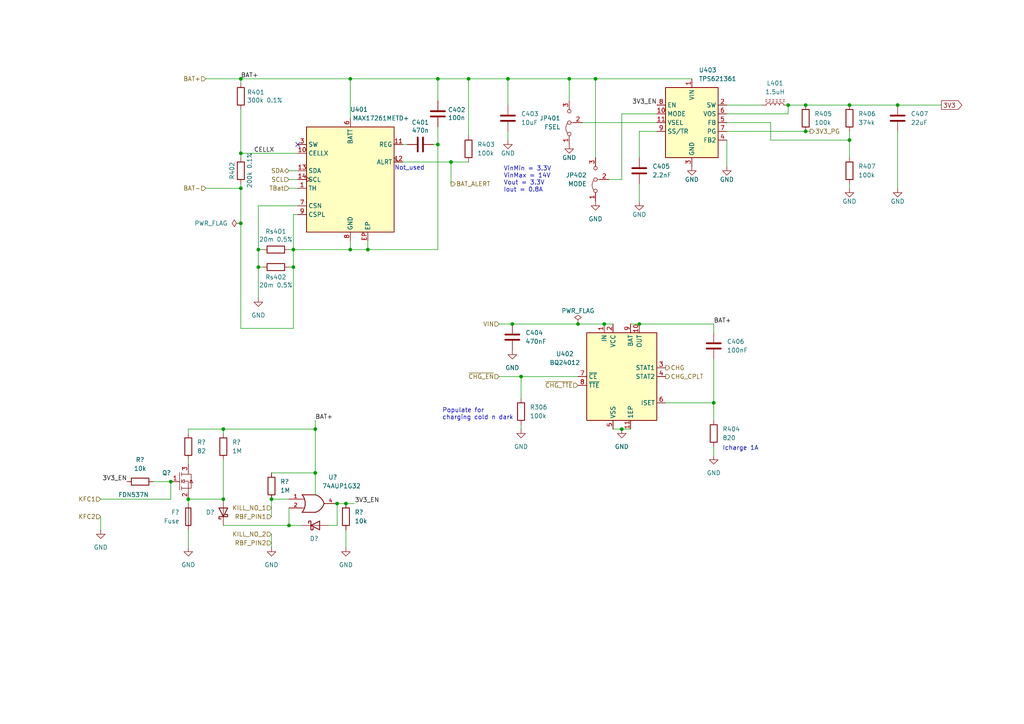
<source format=kicad_sch>
(kicad_sch (version 20211123) (generator eeschema)
  (paper "A4")
  (lib_symbols
    (symbol "74xGxx:74AUP1G32" (pin_names (offset 1.016))
      (property "Reference" "U" (at -2.54 3.81 0))
      (property "Value" "74AUP1G32" (at 0 -3.81 0))
      (symbol "74AUP1G32_0_1"
        (arc (start -3.81 -2.54) (mid -2.919 0) (end -3.81 2.54) (stroke (width 0.254)))
        (arc (start 0 -2.54) (mid 1.5993 -1.6027) (end 2.54 0) (stroke (width 0.254)))
        (polyline (pts (xy -3.81 -1.27) (xy -3.175 -1.27)))
        (polyline (pts (xy -3.81 1.27) (xy -3.175 1.27)))
        (polyline (pts (xy 0 -2.54) (xy -3.81 -2.54)) (stroke (width 0.254)) (fill (type background)))
        (polyline (pts (xy 0 2.54) (xy -3.81 2.54)) (stroke (width 0.254)) (fill (type background)))
        (arc (start 2.54 0) (mid 1.6119 1.6152) (end 0 2.54) (stroke (width 0.254)))
      )
      (symbol "74AUP1G32_1_1"
        (pin input line (at -7.62 1.27 0) (length 3.81) (name "~") (number "1"))
        (pin input line (at -7.62 -1.27 0) (length 3.81) (name "~") (number "2"))
        (pin power_in line (at 0 -2.54 270) (length 0) hide (name "GND") (number "3"))
        (pin output line (at 6.35 0 180) (length 3.81) (name "~") (number "4"))
        (pin power_in line (at 0 2.54 90) (length 0) hide (name "VCC") (number "5"))
      )
    )
    (symbol "Device:C" (pin_numbers hide) (pin_names (offset 0.254))
      (property "Reference" "C" (at 0.635 2.54 0))
      (property "Value" "C" (at 0.635 -2.54 0))
      (symbol "C_0_1"
        (polyline (pts (xy -2.032 -0.762) (xy 2.032 -0.762)) (stroke (width 0.508)))
        (polyline (pts (xy -2.032 0.762) (xy 2.032 0.762)) (stroke (width 0.508)))
      )
      (symbol "C_1_1"
        (pin passive line (at 0 3.81 270) (length 2.794) (name "~") (number "1"))
        (pin passive line (at 0 -3.81 90) (length 2.794) (name "~") (number "2"))
      )
    )
    (symbol "Device:Fuse" (pin_numbers hide) (pin_names (offset 0))
      (property "Reference" "F" (at 2.032 0 90))
      (property "Value" "Fuse" (at -1.905 0 90))
      (symbol "Fuse_0_1"
        (rectangle (start -0.762 -2.54) (end 0.762 2.54) (stroke (width 0.254)))
        (polyline (pts (xy 0 2.54) (xy 0 -2.54)))
      )
      (symbol "Fuse_1_1"
        (pin passive line (at 0 3.81 270) (length 1.27) (name "~") (number "1"))
        (pin passive line (at 0 -3.81 90) (length 1.27) (name "~") (number "2"))
      )
    )
    (symbol "Device:L_Ferrite" (pin_numbers hide) (pin_names (offset 1.016) hide)
      (property "Reference" "L" (at -1.27 0 90))
      (property "Value" "L_Ferrite" (at 2.794 0 90))
      (symbol "L_Ferrite_0_1"
        (arc (start 0 -2.54) (mid 0.635 -1.905) (end 0 -1.27))
        (arc (start 0 -1.27) (mid 0.635 -0.635) (end 0 0))
        (polyline (pts (xy 1.016 -2.794) (xy 1.016 -2.286)))
        (polyline (pts (xy 1.016 -1.778) (xy 1.016 -1.27)))
        (polyline (pts (xy 1.016 -0.762) (xy 1.016 -0.254)))
        (polyline (pts (xy 1.016 0.254) (xy 1.016 0.762)))
        (polyline (pts (xy 1.016 1.27) (xy 1.016 1.778)))
        (polyline (pts (xy 1.016 2.286) (xy 1.016 2.794)))
        (polyline (pts (xy 1.524 -2.286) (xy 1.524 -2.794)))
        (polyline (pts (xy 1.524 -1.27) (xy 1.524 -1.778)))
        (polyline (pts (xy 1.524 -0.254) (xy 1.524 -0.762)))
        (polyline (pts (xy 1.524 0.762) (xy 1.524 0.254)))
        (polyline (pts (xy 1.524 1.778) (xy 1.524 1.27)))
        (polyline (pts (xy 1.524 2.794) (xy 1.524 2.286)))
        (arc (start 0 0) (mid 0.635 0.635) (end 0 1.27))
        (arc (start 0 1.27) (mid 0.635 1.905) (end 0 2.54))
      )
      (symbol "L_Ferrite_1_1"
        (pin passive line (at 0 3.81 270) (length 1.27) (name "1") (number "1"))
        (pin passive line (at 0 -3.81 90) (length 1.27) (name "2") (number "2"))
      )
    )
    (symbol "Device:R" (pin_numbers hide) (pin_names (offset 0))
      (property "Reference" "R" (at 2.032 0 90))
      (property "Value" "R" (at 0 0 90))
      (symbol "R_0_1"
        (rectangle (start -1.016 -2.54) (end 1.016 2.54) (stroke (width 0.254)))
      )
      (symbol "R_1_1"
        (pin passive line (at 0 3.81 270) (length 1.27) (name "~") (number "1"))
        (pin passive line (at 0 -3.81 90) (length 1.27) (name "~") (number "2"))
      )
    )
    (symbol "Jumper:Jumper_3_Bridged12" (pin_names (offset 0) hide)
      (property "Reference" "JP" (at -2.54 -2.54 0))
      (property "Value" "Jumper_3_Bridged12" (at 0 2.794 0))
      (symbol "Jumper_3_Bridged12_0_0"
        (circle (center -3.302 0) (radius 0.508))
        (circle (center 0 0) (radius 0.508))
        (circle (center 3.302 0) (radius 0.508))
      )
      (symbol "Jumper_3_Bridged12_0_1"
        (arc (start -0.254 0.508) (mid -1.651 0.9912) (end -3.048 0.508))
        (polyline (pts (xy 0 -1.27) (xy 0 -0.508)))
      )
      (symbol "Jumper_3_Bridged12_1_1"
        (pin passive line (at -6.35 0 0) (length 2.54) (name "A") (number "1"))
        (pin passive line (at 0 -3.81 90) (length 2.54) (name "C") (number "2"))
        (pin passive line (at 6.35 0 180) (length 2.54) (name "B") (number "3"))
      )
    )
    (symbol "lsf-kicad:BQ24013"
      (property "Reference" "U401" (at -16.51 4.3307 0))
      (property "Value" "BQ24013" (at -16.51 1.7907 0))
      (symbol "BQ24013_0_1"
        (rectangle (start -10.16 12.7) (end 10.16 -12.7) (stroke (width 0.254)) (fill (type background)))
      )
      (symbol "BQ24013_1_1"
        (pin power_in line (at -5.08 15.24 270) (length 2.54) (name "IN") (number "1"))
        (pin power_out line (at 5.08 15.24 270) (length 2.54) (name "OUT") (number "10"))
        (pin passive line (at 2.54 -15.24 90) (length 2.54) (name "1EP") (number "11"))
        (pin power_in line (at -2.54 15.24 270) (length 2.54) (name "VCC") (number "2"))
        (pin open_collector line (at 12.7 2.54 180) (length 2.54) (name "STAT1") (number "3"))
        (pin open_collector line (at 12.7 0 180) (length 2.54) (name "STAT2") (number "4"))
        (pin power_in line (at -2.54 -15.24 90) (length 2.54) (name "VSS") (number "5"))
        (pin output line (at 12.7 -7.62 180) (length 2.54) (name "ISET") (number "6"))
        (pin input line (at -12.7 0 0) (length 2.54) (name "~{CE}") (number "7"))
        (pin input line (at -12.7 -2.54 0) (length 2.54) (name "~{TTE}") (number "8"))
        (pin input line (at 2.54 15.24 270) (length 2.54) (name "BAT") (number "9"))
      )
    )
    (symbol "lsf-kicad:CDBU40-HF" (pin_numbers hide) (pin_names hide)
      (property "Reference" "D" (at 0.3175 6.35 0))
      (property "Value" "CDBU40-HF" (at 0.3175 3.81 0))
      (symbol "CDBU40-HF_0_1"
        (polyline (pts (xy 1.27 0) (xy -1.27 0)))
        (polyline (pts (xy 1.27 1.27) (xy 1.27 -1.27) (xy -1.27 0) (xy 1.27 1.27)) (stroke (width 0.254)))
        (polyline (pts (xy -1.905 0.635) (xy -1.905 1.27) (xy -1.27 1.27) (xy -1.27 -1.27) (xy -0.635 -1.27) (xy -0.635 -0.635)) (stroke (width 0.254)))
      )
      (symbol "CDBU40-HF_1_1"
        (pin passive line (at -3.81 0 0) (length 2.54) (name "K") (number "1"))
        (pin passive line (at 3.81 0 180) (length 2.54) (name "A") (number "2"))
      )
    )
    (symbol "lsf-kicad:FDN537N"
      (property "Reference" "Q" (at 3.81 3.81 0))
      (property "Value" "FDN537N" (at 5.08 1.27 0))
      (symbol "FDN537N_0_0"
        (polyline (pts (xy 0.0078 2.6609) (xy 0.0078 -2.4191)))
        (polyline (pts (xy 0.592 -1.4031) (xy 0.592 -2.4191)))
        (polyline (pts (xy 0.592 0.6289) (xy 0.592 -0.3871)))
        (polyline (pts (xy 0.592 2.6609) (xy 0.592 1.6449)))
        (polyline (pts (xy 3.64 0.3749) (xy 3.132 0.3749)))
        (polyline (pts (xy 0.592 -1.9111) (xy 3.386 -1.9111) (xy 3.386 2.1529) (xy 0.592 2.1529)))
        (polyline (pts (xy 0.592 0.1209) (xy 1.3794 -0.3871) (xy 1.3794 0.6289) (xy 0.592 0.1209)) (stroke (width 0.1524)))
        (polyline (pts (xy 3.386 0.4511) (xy 2.878 -0.3363) (xy 3.894 -0.3363) (xy 3.386 0.4511)) (stroke (width 0.1524)))
      )
      (symbol "FDN537N_0_1"
        (polyline (pts (xy 2.54 2.54) (xy 2.54 2.1844)))
        (polyline (pts (xy 2.54 -2.54) (xy 2.54 0.1524) (xy 1.4224 0.1524)))
      )
      (symbol "FDN537N_1_1"
        (pin input line (at -2.54 0 0) (length 2.54) (name "") (number "1"))
        (pin passive line (at 2.54 -5.08 90) (length 2.54) (name "") (number "2"))
        (pin passive line (at 2.54 5.08 270) (length 2.54) (name "") (number "3"))
      )
    )
    (symbol "lsf-kicad:MAX17261METD+"
      (property "Reference" "U" (at 0 5.08 0))
      (property "Value" "MAX17261METD+" (at 0 1.27 0))
      (symbol "MAX17261METD+_0_1"
        (rectangle (start -12.7 15.24) (end 12.7 -15.24) (stroke (width 0.254)) (fill (type background)))
      )
      (symbol "MAX17261METD+_1_1"
        (pin input line (at -15.24 -2.54 0) (length 2.54) (name "TH") (number "1"))
        (pin passive line (at -15.24 7.62 0) (length 2.54) (name "CELLX") (number "10"))
        (pin power_out line (at 15.24 10.16 180) (length 2.54) (name "REG") (number "11"))
        (pin open_collector output_low (at 15.24 5.08 180) (length 2.54) (name "ALRT") (number "12"))
        (pin bidirectional line (at -15.24 2.54 0) (length 2.54) (name "SDA") (number "13"))
        (pin input clock (at -15.24 0 0) (length 2.54) (name "SCL") (number "14"))
        (pin no_connect line (at -10.16 -17.78 90) (length 2.54) hide (name "NC") (number "2"))
        (pin output line (at -15.24 10.16 0) (length 2.54) (name "SW") (number "3"))
        (pin no_connect line (at -7.62 -17.78 90) (length 2.54) hide (name "NC") (number "4"))
        (pin no_connect line (at -5.08 -17.78 90) (length 2.54) hide (name "NC") (number "5"))
        (pin power_in line (at 0 17.78 270) (length 2.54) (name "BATT") (number "6"))
        (pin passive line (at -15.24 -7.62 0) (length 2.54) (name "CSN") (number "7"))
        (pin power_in line (at 0 -17.78 90) (length 2.54) (name "GND") (number "8"))
        (pin passive line (at -15.24 -10.16 0) (length 2.54) (name "CSPL") (number "9"))
        (pin power_in line (at 5.08 -17.78 90) (length 2.54) (name "EP") (number "EP"))
      )
    )
    (symbol "lsf-kicad:TPS62136x"
      (property "Reference" "U403" (at 2.0194 15.24 0))
      (property "Value" "TPS62136x" (at 2.0194 12.7 0))
      (symbol "TPS62136x_0_1"
        (rectangle (start -7.62 10.16) (end 7.62 -10.16) (stroke (width 0.254)) (fill (type background)))
      )
      (symbol "TPS62136x_1_1"
        (pin power_in line (at 0 12.7 270) (length 2.54) (name "VIN") (number "1"))
        (pin input line (at -10.16 2.54 0) (length 2.54) (name "MODE") (number "10"))
        (pin input line (at -10.16 0 0) (length 2.54) (name "VSEL") (number "11"))
        (pin passive line (at 10.16 5.08 180) (length 2.54) (name "SW") (number "2"))
        (pin power_in line (at 0 -12.7 90) (length 2.54) (name "GND") (number "3"))
        (pin power_in line (at 10.16 -5.08 180) (length 2.54) (name "FB2") (number "4"))
        (pin input line (at 10.16 0 180) (length 2.54) (name "FB") (number "5"))
        (pin input line (at 10.16 2.54 180) (length 2.54) (name "VOS") (number "6"))
        (pin open_collector line (at 10.16 -2.54 180) (length 2.54) (name "PG") (number "7"))
        (pin input line (at -10.16 5.08 0) (length 2.54) (name "EN") (number "8"))
        (pin input line (at -10.16 -2.54 0) (length 2.54) (name "SS/TR") (number "9"))
      )
    )
    (symbol "power:GND" (power) (pin_names (offset 0))
      (property "Value" "GND" (at 0 -3.81 0))
      (symbol "GND_0_1"
        (polyline (pts (xy 0 0) (xy 0 -1.27) (xy 1.27 -1.27) (xy 0 -2.54) (xy -1.27 -1.27) (xy 0 -1.27)))
      )
      (symbol "GND_1_1"
        (pin power_in line (at 0 0 270) (length 0) hide (name "GND") (number "1"))
      )
    )
    (symbol "power:PWR_FLAG" (power) (pin_numbers hide) (pin_names (offset 0) hide)
      (property "Value" "PWR_FLAG" (at 0 3.81 0))
      (symbol "PWR_FLAG_0_0"
        (pin power_out line (at 0 0 90) (length 0) (name "pwr") (number "1"))
      )
      (symbol "PWR_FLAG_0_1"
        (polyline (pts (xy 0 0) (xy 0 1.27) (xy -1.016 1.905) (xy 0 2.54) (xy 1.016 1.905) (xy 0 1.27)))
      )
    )
  )
  (junction (at 64.77 144.78))
  (junction (at 100.33 146.05))
  (junction (at 101.6 22.86))
  (junction (at 78.74 144.78))
  (junction (at 74.93 72.39))
  (junction (at 64.77 124.46))
  (junction (at 135.89 22.86))
  (junction (at 91.44 137.16))
  (junction (at 69.85 22.86))
  (junction (at 233.68 38.1))
  (junction (at 83.82 152.4))
  (junction (at 97.79 146.05))
  (junction (at 165.1 22.86))
  (junction (at 246.38 30.48))
  (junction (at 167.64 93.98))
  (junction (at 85.09 77.47))
  (junction (at 207.01 116.84))
  (junction (at 151.13 109.22))
  (junction (at 260.35 30.48))
  (junction (at 233.68 30.48))
  (junction (at 69.85 44.45))
  (junction (at 147.32 22.86))
  (junction (at 175.26 93.98))
  (junction (at 246.38 40.64))
  (junction (at 148.59 93.98))
  (junction (at 69.85 54.61))
  (junction (at 85.09 72.39))
  (junction (at 49.53 139.7))
  (junction (at 130.81 46.99))
  (junction (at 74.93 77.47))
  (junction (at 127 22.86))
  (junction (at 91.44 124.46))
  (junction (at 101.6 72.39))
  (junction (at 54.61 144.78))
  (junction (at 185.42 93.98))
  (junction (at 106.68 72.39))
  (junction (at 172.72 22.86))
  (junction (at 228.6 30.48))
  (junction (at 69.85 64.77))
  (junction (at 127 41.91))
  (junction (at 180.34 124.46))
  (no_connect (at 86.36 41.91))
  (wire (pts (xy 78.74 144.78) (xy 83.82 144.78)))
  (wire (pts (xy 223.52 40.64) (xy 246.38 40.64)))
  (wire (pts (xy 207.01 104.14) (xy 207.01 116.84)))
  (wire (pts (xy 144.78 109.22) (xy 151.13 109.22)))
  (wire (pts (xy 97.79 146.05) (xy 100.33 146.05)))
  (wire (pts (xy 78.74 154.94) (xy 78.74 158.75)))
  (wire (pts (xy 101.6 34.29) (xy 101.6 22.86)))
  (wire (pts (xy 64.77 124.46) (xy 64.77 125.73)))
  (wire (pts (xy 167.64 93.98) (xy 175.26 93.98)))
  (wire (pts (xy 101.6 69.85) (xy 101.6 72.39)))
  (wire (pts (xy 207.01 121.92) (xy 207.01 116.84)))
  (wire (pts (xy 127 41.91) (xy 127 72.39)))
  (wire (pts (xy 246.38 30.48) (xy 233.68 30.48)))
  (wire (pts (xy 69.85 44.45) (xy 69.85 45.72)))
  (wire (pts (xy 207.01 93.98) (xy 207.01 96.52)))
  (wire (pts (xy 233.68 38.1) (xy 210.82 38.1)))
  (wire (pts (xy 54.61 144.78) (xy 54.61 146.05)))
  (wire (pts (xy 69.85 64.77) (xy 69.85 95.25)))
  (wire (pts (xy 228.6 33.02) (xy 228.6 30.48)))
  (wire (pts (xy 86.36 59.69) (xy 74.93 59.69)))
  (wire (pts (xy 69.85 54.61) (xy 69.85 53.34)))
  (wire (pts (xy 165.1 22.86) (xy 165.1 29.21)))
  (wire (pts (xy 91.44 121.92) (xy 91.44 124.46)))
  (wire (pts (xy 127 41.91) (xy 125.73 41.91)))
  (wire (pts (xy 106.68 72.39) (xy 127 72.39)))
  (wire (pts (xy 91.44 124.46) (xy 64.77 124.46)))
  (wire (pts (xy 44.45 139.7) (xy 49.53 139.7)))
  (wire (pts (xy 64.77 133.35) (xy 64.77 144.78)))
  (wire (pts (xy 49.53 144.78) (xy 49.53 139.7)))
  (wire (pts (xy 185.42 93.98) (xy 207.01 93.98)))
  (wire (pts (xy 234.95 38.1) (xy 233.68 38.1)))
  (wire (pts (xy 207.01 116.84) (xy 193.04 116.84)))
  (wire (pts (xy 59.69 22.86) (xy 69.85 22.86)))
  (wire (pts (xy 54.61 144.78) (xy 64.77 144.78)))
  (wire (pts (xy 210.82 30.48) (xy 220.98 30.48)))
  (wire (pts (xy 246.38 54.61) (xy 246.38 53.34)))
  (wire (pts (xy 180.34 52.07) (xy 176.53 52.07)))
  (wire (pts (xy 175.26 93.98) (xy 177.8 93.98)))
  (wire (pts (xy 83.82 52.07) (xy 86.36 52.07)))
  (wire (pts (xy 151.13 109.22) (xy 151.13 115.57)))
  (wire (pts (xy 91.44 124.46) (xy 91.44 137.16)))
  (wire (pts (xy 86.36 62.23) (xy 85.09 62.23)))
  (wire (pts (xy 101.6 22.86) (xy 127 22.86)))
  (wire (pts (xy 116.84 41.91) (xy 118.11 41.91)))
  (wire (pts (xy 74.93 77.47) (xy 74.93 86.36)))
  (wire (pts (xy 246.38 40.64) (xy 246.38 38.1)))
  (wire (pts (xy 83.82 152.4) (xy 64.77 152.4)))
  (wire (pts (xy 135.89 22.86) (xy 135.89 39.37)))
  (wire (pts (xy 69.85 54.61) (xy 69.85 64.77)))
  (wire (pts (xy 76.2 77.47) (xy 74.93 77.47)))
  (wire (pts (xy 97.79 152.4) (xy 97.79 146.05)))
  (wire (pts (xy 83.82 152.4) (xy 87.63 152.4)))
  (wire (pts (xy 69.85 22.86) (xy 69.85 24.13)))
  (wire (pts (xy 127 22.86) (xy 135.89 22.86)))
  (wire (pts (xy 86.36 54.61) (xy 83.82 54.61)))
  (wire (pts (xy 130.81 46.99) (xy 130.81 53.34)))
  (wire (pts (xy 69.85 95.25) (xy 85.09 95.25)))
  (wire (pts (xy 106.68 72.39) (xy 101.6 72.39)))
  (wire (pts (xy 147.32 30.48) (xy 147.32 22.86)))
  (wire (pts (xy 69.85 31.75) (xy 69.85 44.45)))
  (wire (pts (xy 180.34 33.02) (xy 180.34 52.07)))
  (wire (pts (xy 151.13 123.19) (xy 151.13 124.46)))
  (wire (pts (xy 116.84 46.99) (xy 130.81 46.99)))
  (wire (pts (xy 78.74 137.16) (xy 91.44 137.16)))
  (wire (pts (xy 29.21 144.78) (xy 49.53 144.78)))
  (wire (pts (xy 185.42 53.34) (xy 185.42 58.42)))
  (wire (pts (xy 210.82 40.64) (xy 210.82 48.26)))
  (wire (pts (xy 130.81 46.99) (xy 135.89 46.99)))
  (wire (pts (xy 147.32 22.86) (xy 165.1 22.86)))
  (wire (pts (xy 83.82 147.32) (xy 83.82 152.4)))
  (wire (pts (xy 210.82 33.02) (xy 228.6 33.02)))
  (wire (pts (xy 223.52 35.56) (xy 223.52 40.64)))
  (wire (pts (xy 151.13 109.22) (xy 167.64 109.22)))
  (wire (pts (xy 54.61 153.67) (xy 54.61 158.75)))
  (wire (pts (xy 172.72 22.86) (xy 200.66 22.86)))
  (wire (pts (xy 83.82 49.53) (xy 86.36 49.53)))
  (wire (pts (xy 148.59 93.98) (xy 167.64 93.98)))
  (wire (pts (xy 106.68 69.85) (xy 106.68 72.39)))
  (wire (pts (xy 54.61 133.35) (xy 54.61 134.62)))
  (wire (pts (xy 74.93 77.47) (xy 74.93 72.39)))
  (wire (pts (xy 59.69 54.61) (xy 69.85 54.61)))
  (wire (pts (xy 144.78 93.98) (xy 148.59 93.98)))
  (wire (pts (xy 210.82 35.56) (xy 223.52 35.56)))
  (wire (pts (xy 260.35 30.48) (xy 273.05 30.48)))
  (wire (pts (xy 168.91 35.56) (xy 190.5 35.56)))
  (wire (pts (xy 127 41.91) (xy 127 36.83)))
  (wire (pts (xy 135.89 22.86) (xy 147.32 22.86)))
  (wire (pts (xy 190.5 38.1) (xy 185.42 38.1)))
  (wire (pts (xy 74.93 72.39) (xy 76.2 72.39)))
  (wire (pts (xy 180.34 124.46) (xy 182.88 124.46)))
  (wire (pts (xy 54.61 124.46) (xy 64.77 124.46)))
  (wire (pts (xy 182.88 93.98) (xy 185.42 93.98)))
  (wire (pts (xy 233.68 30.48) (xy 228.6 30.48)))
  (wire (pts (xy 85.09 72.39) (xy 101.6 72.39)))
  (wire (pts (xy 85.09 62.23) (xy 85.09 72.39)))
  (wire (pts (xy 100.33 153.67) (xy 100.33 158.75)))
  (wire (pts (xy 29.21 149.86) (xy 29.21 153.67)))
  (wire (pts (xy 85.09 95.25) (xy 85.09 77.47)))
  (wire (pts (xy 69.85 44.45) (xy 86.36 44.45)))
  (wire (pts (xy 147.32 40.64) (xy 147.32 38.1)))
  (wire (pts (xy 246.38 40.64) (xy 246.38 45.72)))
  (wire (pts (xy 260.35 54.61) (xy 260.35 38.1)))
  (wire (pts (xy 54.61 124.46) (xy 54.61 125.73)))
  (wire (pts (xy 100.33 146.05) (xy 102.87 146.05)))
  (wire (pts (xy 78.74 144.78) (xy 78.74 149.86)))
  (wire (pts (xy 246.38 30.48) (xy 260.35 30.48)))
  (wire (pts (xy 165.1 22.86) (xy 172.72 22.86)))
  (wire (pts (xy 91.44 137.16) (xy 91.44 143.51)))
  (wire (pts (xy 207.01 132.08) (xy 207.01 129.54)))
  (wire (pts (xy 177.8 124.46) (xy 180.34 124.46)))
  (wire (pts (xy 74.93 59.69) (xy 74.93 72.39)))
  (wire (pts (xy 190.5 33.02) (xy 180.34 33.02)))
  (wire (pts (xy 95.25 152.4) (xy 97.79 152.4)))
  (wire (pts (xy 127 29.21) (xy 127 22.86)))
  (wire (pts (xy 101.6 22.86) (xy 69.85 22.86)))
  (wire (pts (xy 85.09 72.39) (xy 85.09 77.47)))
  (wire (pts (xy 85.09 77.47) (xy 83.82 77.47)))
  (wire (pts (xy 185.42 38.1) (xy 185.42 45.72)))
  (wire (pts (xy 172.72 22.86) (xy 172.72 45.72)))
  (wire (pts (xy 83.82 72.39) (xy 85.09 72.39)))
  (text "Populate for\ncharging cold n dark" (at 128.27 121.92 0) (effects (font (size 1.27 1.27)) (justify left bottom)))
  (text "Not_used" (at 123.19 49.53 180) (effects (font (size 1.27 1.27)) (justify right bottom)))
  (text "Icharge 1A" (at 209.55 130.81 0) (effects (font (size 1.27 1.27)) (justify left bottom)))
  (text "VinMin = 3.3V\nVinMax = 14V\nVout = 3.3V\nIout = 0.8A" (at 146.05 55.88 0) (effects (font (size 1.27 1.27)) (justify left bottom)))
  (label "BAT+" (at 91.44 121.92 0))
  (label "3V3_EN" (at 190.5 30.48 180))
  (label "3V3_EN" (at 36.83 139.7 180))
  (label "BAT+" (at 207.01 93.98 0))
  (label "BAT+" (at 69.85 22.86 0))
  (label "3V3_EN" (at 102.87 146.05 0))
  (label "CELLX" (at 73.66 44.45 0))
  (global_label "3V3" (shape output) (at 273.05 30.48 0) (property "Intersheet References" "${INTERSHEET_REFS}" (effects hide)))
  (hierarchical_label "KFC2" (shape input) (at 29.21 149.86 180))
  (hierarchical_label "RBF_PIN2" (shape input) (at 78.74 157.48 180))
  (hierarchical_label "KILL_NO_2" (shape input) (at 78.74 154.94 180))
  (hierarchical_label "~{CHG_EN}" (shape input) (at 144.78 109.22 180))
  (hierarchical_label "BAT+" (shape input) (at 59.69 22.86 180))
  (hierarchical_label "RBF_PIN1" (shape input) (at 78.74 149.86 180))
  (hierarchical_label "~{CHG_TTE}" (shape input) (at 167.64 111.76 180))
  (hierarchical_label "SDA" (shape bidirectional) (at 83.82 49.53 180))
  (hierarchical_label "3V3_PG" (shape output) (at 234.95 38.1 0))
  (hierarchical_label "TBat" (shape input) (at 83.82 54.61 180))
  (hierarchical_label "VIN" (shape input) (at 144.78 93.98 180))
  (hierarchical_label "CHG" (shape output) (at 193.04 106.68 0))
  (hierarchical_label "KFC1" (shape input) (at 29.21 144.78 180))
  (hierarchical_label "CHG_CPLT" (shape output) (at 193.04 109.22 0))
  (hierarchical_label "SCL" (shape input) (at 83.82 52.07 180))
  (hierarchical_label "BAT-" (shape input) (at 59.69 54.61 180))
  (hierarchical_label "BAT_ALERT" (shape output) (at 130.81 53.34 0))
  (hierarchical_label "KILL_NO_1" (shape input) (at 78.74 147.32 180))
  (symbol (lib_id "lsf-kicad:TPS62136x") (at 200.66 35.56 0) (unit 1)
    (property "Reference" "U403" (at 202.6794 20.32 0) (effects (justify left)))
    (property "Value" "TPS621361" (at 202.6794 22.86 0) (effects (justify left)))
    (property "Footprint" "lsf-kicad-lib:Texas_RGX0011A" (effects hide))
    (property "Datasheet" "https://www.ti.com/lit/ds/symlink/tps62136.pdf" (effects hide))
    (property "Part Number" "TPS621361RGXR" (effects hide))
  )
  (symbol (lib_id "power:GND") (at 54.61 158.75 0) (unit 1)
    (property "Reference" "#PWR?" (effects hide))
    (property "Value" "GND" (at 54.61 163.83 0))
  )
  (symbol (lib_id "Device:C") (at 185.42 49.53 0) (unit 1)
    (property "Reference" "C405" (at 189.23 48.2599 0) (effects (justify left)))
    (property "Value" "2.2nF" (at 189.23 50.7999 0) (effects (justify left)))
    (property "Footprint" "Capacitor_SMD:C_0402_1005Metric" (effects hide))
    (property "Part Number" "GRM155R71E222KA01D" (effects hide))
  )
  (symbol (lib_id "Device:R") (at 207.01 125.73 0) (unit 1)
    (property "Reference" "R404" (at 209.55 124.4599 0) (effects (justify left)))
    (property "Value" "820" (at 209.55 126.9999 0) (effects (justify left)))
    (property "Footprint" "Resistor_SMD:R_0402_1005Metric" (effects hide))
    (property "Part Number" "CR0402-JW-821GLF" (effects hide))
  )
  (symbol (lib_id "Device:C") (at 148.59 97.79 0) (unit 1)
    (property "Reference" "C404" (at 152.4 96.5199 0) (effects (justify left)))
    (property "Value" "470nF" (at 152.4 99.0599 0) (effects (justify left)))
    (property "Footprint" "Capacitor_SMD:C_0402_1005Metric" (effects hide))
    (property "Part Number" "C0402C474K8RACTU" (effects hide))
  )
  (symbol (lib_id "Device:R") (at 64.77 129.54 0) (unit 1)
    (property "Reference" "R?" (at 67.31 128.2699 0) (effects (justify left)))
    (property "Value" "1M" (at 67.31 130.8099 0) (effects (justify left)))
    (property "Footprint" "Resistor_SMD:R_0402_1005Metric" (effects hide))
    (property "Part Number" "ASC0402-1M0FT10" (effects hide))
  )
  (symbol (lib_id "power:GND") (at 165.1 41.91 0) (unit 1)
    (property "Reference" "#PWR0404" (effects hide))
    (property "Value" "GND" (at 165.1 45.72 0))
  )
  (symbol (lib_id "Device:R") (at 80.01 72.39 270) (unit 1)
    (property "Reference" "Rs401" (at 80.01 67.1322 90))
    (property "Value" "20m 0.5%" (at 80.01 69.4436 90))
    (property "Footprint" "Resistor_SMD:R_0402_1005Metric" (effects hide))
    (property "Part Number" "PE0402FRF070R02L" (effects hide))
  )
  (symbol (lib_id "Device:C") (at 207.01 100.33 0) (unit 1)
    (property "Reference" "C406" (at 210.82 99.0599 0) (effects (justify left)))
    (property "Value" "100nF" (at 210.82 101.5999 0) (effects (justify left)))
    (property "Footprint" "Capacitor_SMD:C_0402_1005Metric" (effects hide))
    (property "Part Number" "CC0402KRX7R7BB104" (effects hide))
  )
  (symbol (lib_id "power:GND") (at 29.21 153.67 0) (unit 1)
    (property "Reference" "#PWR?" (effects hide))
    (property "Value" "GND" (at 29.21 158.75 0))
  )
  (symbol (lib_id "Jumper:Jumper_3_Bridged12") (at 165.1 35.56 90) (unit 1) (in_bom no)
    (property "Reference" "JP401" (at 162.56 34.2899 90) (effects (justify left)))
    (property "Value" "FSEL" (at 162.56 36.8299 90) (effects (justify left)))
    (property "Footprint" "Jumper:SolderJumper-3_P1.3mm_Bridged2Bar12_Pad1.0x1.5mm_NumberLabels" (effects hide))
  )
  (symbol (lib_id "Device:R") (at 78.74 140.97 0) (unit 1)
    (property "Reference" "R?" (at 81.28 139.6999 0) (effects (justify left)))
    (property "Value" "1M" (at 81.28 142.2399 0) (effects (justify left)))
    (property "Footprint" "Resistor_SMD:R_0402_1005Metric" (effects hide))
    (property "Part Number" "ASC0402-1M0FT10" (effects hide))
  )
  (symbol (lib_id "power:PWR_FLAG") (at 167.64 93.98 0) (unit 1)
    (property "Reference" "#FLG0402" (effects hide))
    (property "Value" "PWR_FLAG" (at 167.64 90.17 0))
  )
  (symbol (lib_id "Device:R") (at 233.68 34.29 0) (unit 1)
    (property "Reference" "R405" (at 236.22 33.0199 0) (effects (justify left)))
    (property "Value" "100k" (at 236.22 35.5599 0) (effects (justify left)))
    (property "Footprint" "Resistor_SMD:R_0402_1005Metric" (effects hide))
    (property "Part Number" "ERJ-2RKF1003X" (effects hide))
  )
  (symbol (lib_id "power:GND") (at 185.42 58.42 0) (unit 1)
    (property "Reference" "#PWR0407" (effects hide))
    (property "Value" "GND" (at 185.42 62.23 0))
  )
  (symbol (lib_id "power:GND") (at 180.34 124.46 0) (unit 1)
    (property "Reference" "#PWR0406" (effects hide))
    (property "Value" "GND" (at 180.34 129.54 0))
  )
  (symbol (lib_id "Jumper:Jumper_3_Bridged12") (at 172.72 52.07 90) (unit 1) (in_bom no)
    (property "Reference" "JP402" (at 170.18 50.7999 90) (effects (justify left)))
    (property "Value" "MODE" (at 170.18 53.3399 90) (effects (justify left)))
    (property "Footprint" "Jumper:SolderJumper-3_P1.3mm_Bridged2Bar12_Pad1.0x1.5mm_NumberLabels" (effects hide))
  )
  (symbol (lib_id "power:GND") (at 78.74 158.75 0) (unit 1)
    (property "Reference" "#PWR?" (effects hide))
    (property "Value" "GND" (at 78.74 163.83 0))
  )
  (symbol (lib_id "Device:C") (at 260.35 34.29 0) (unit 1)
    (property "Reference" "C407" (at 264.16 33.0199 0) (effects (justify left)))
    (property "Value" "22uF" (at 264.16 35.5599 0) (effects (justify left)))
    (property "Footprint" "Capacitor_SMD:C_0603_1608Metric" (effects hide))
    (property "Datasheet" "https://www.murata.com/en-eu/api/pdfdownloadapi?cate=luCeramicCapacitorsSMD&partno=GRM188R60J226MEA0%23" (effects hide))
    (property "Part Number" "GRM188R60J226MEA0D" (effects hide))
  )
  (symbol (lib_id "lsf-kicad:MAX17261METD+") (at 101.6 52.07 0) (unit 1)
    (property "Reference" "U401" (at 104.14 31.75 0))
    (property "Value" "MAX17261METD+" (at 110.49 34.29 0))
    (property "Footprint" "lsf-kicad-lib:TDFN-14-1EP_3x3mm_P0.4mm_EP1.7x2.3mm" (effects hide))
    (property "Datasheet" "https://datasheets.maximintegrated.com/en/ds/MAX17261.pdf" (effects hide))
    (property "Part Number" "MAX17261METD+" (effects hide))
  )
  (symbol (lib_id "Device:R") (at 246.38 49.53 0) (unit 1)
    (property "Reference" "R407" (at 248.92 48.2599 0) (effects (justify left)))
    (property "Value" "100k" (at 248.92 50.7999 0) (effects (justify left)))
    (property "Footprint" "Resistor_SMD:R_0402_1005Metric" (effects hide))
    (property "Part Number" "ERJ-2RKF1003X" (effects hide))
  )
  (symbol (lib_id "Device:R") (at 54.61 129.54 0) (unit 1)
    (property "Reference" "R?" (at 57.15 128.2699 0) (effects (justify left)))
    (property "Value" "82" (at 57.15 130.8099 0) (effects (justify left)))
    (property "Footprint" "Resistor_SMD:R_0402_1005Metric" (effects hide))
    (property "Part Number" "RC0402JR-0782RL" (effects hide))
  )
  (symbol (lib_id "power:GND") (at 207.01 132.08 0) (unit 1)
    (property "Reference" "#PWR0410" (effects hide))
    (property "Value" "GND" (at 207.01 137.16 0))
  )
  (symbol (lib_id "Device:L_Ferrite") (at 224.79 30.48 90) (unit 1)
    (property "Reference" "L401" (at 224.79 24.13 90))
    (property "Value" "1.5uH" (at 224.79 26.67 90))
    (property "Footprint" "Inductor_SMD:L_Vishay_IHLP-1212" (effects hide))
    (property "Part Number" "IHLP1212BZER1R5M11" (effects hide))
  )
  (symbol (lib_id "lsf-kicad:FDN537N") (at 52.07 139.7 0) (unit 1)
    (property "Reference" "Q?" (at 46.99 137.16 0) (effects (justify left)))
    (property "Value" "FDN537N" (at 34.29 143.51 0) (effects (justify left)))
    (property "Footprint" "Package_TO_SOT_SMD:SuperSOT-3" (effects hide))
    (property "Datasheet" "https://www.onsemi.com/pub/Collateral/FDN537N-D.pdf" (effects hide))
  )
  (symbol (lib_id "power:GND") (at 147.32 40.64 0) (unit 1)
    (property "Reference" "#PWR0402" (effects hide))
    (property "Value" "GND" (at 147.32 44.45 0))
  )
  (symbol (lib_id "Device:C") (at 121.92 41.91 90) (unit 1)
    (property "Reference" "C401" (at 121.92 35.5092 90))
    (property "Value" "470n" (at 121.92 37.8206 90))
    (property "Footprint" "Capacitor_SMD:C_0402_1005Metric" (effects hide))
    (property "Part Number" "JMK105B7474KVHF" (effects hide))
  )
  (symbol (lib_id "74xGxx:74AUP1G32") (at 91.44 146.05 0) (unit 1)
    (property "Reference" "U?" (at 96.52 138.43 0))
    (property "Value" "74AUP1G32" (at 99.06 140.97 0))
    (property "Footprint" "Package_TO_SOT_SMD:SOT-353_SC-70-5" (effects hide))
    (property "Datasheet" "https://eu.mouser.com/datasheet/2/916/74AUP1G32_Q100-1597633.pdf" (effects hide))
    (property "Part Number" "74AUP1G32" (effects hide))
  )
  (symbol (lib_id "Device:R") (at 151.13 119.38 0) (unit 1)
    (property "Reference" "R306" (at 153.67 118.1099 0) (effects (justify left)))
    (property "Value" "100k" (at 153.67 120.6499 0) (effects (justify left)))
  )
  (symbol (lib_id "Device:C") (at 147.32 34.29 0) (unit 1)
    (property "Reference" "C403" (at 151.13 33.0199 0) (effects (justify left)))
    (property "Value" "10uF" (at 151.13 35.5599 0) (effects (justify left)))
    (property "Footprint" "Capacitor_SMD:C_1206_3216Metric" (effects hide))
    (property "Part Number" "CL31A106KOHNNNF" (effects hide))
  )
  (symbol (lib_id "power:GND") (at 172.72 58.42 0) (unit 1)
    (property "Reference" "#PWR0405" (effects hide))
    (property "Value" "GND" (at 172.72 63.5 0))
  )
  (symbol (lib_id "power:GND") (at 210.82 48.26 0) (unit 1)
    (property "Reference" "#PWR0408" (effects hide))
    (property "Value" "GND" (at 210.82 52.07 0))
  )
  (symbol (lib_id "Device:R") (at 69.85 49.53 0) (unit 1)
    (property "Reference" "R402" (at 67.31 52.07 90) (effects (justify left)))
    (property "Value" "200k 0.1%" (at 72.39 54.61 90) (effects (justify left)))
    (property "Footprint" "Resistor_SMD:R_0402_1005Metric" (effects hide))
    (property "Part Number" "RN73H1ETTP2003B25" (effects hide))
  )
  (symbol (lib_id "Device:R") (at 80.01 77.47 270) (unit 1)
    (property "Reference" "Rs402" (at 80.01 80.391 90))
    (property "Value" "20m 0.5%" (at 80.01 82.7024 90))
    (property "Footprint" "Resistor_SMD:R_0402_1005Metric" (effects hide))
    (property "Part Number" "PE0402FRF070R02L" (effects hide))
  )
  (symbol (lib_id "Device:Fuse") (at 54.61 149.86 0) (unit 1)
    (property "Reference" "F?" (at 52.07 148.5899 0) (effects (justify right)))
    (property "Value" "Fuse" (at 52.07 151.1299 0) (effects (justify right)))
    (property "Footprint" "Fuse:Fuse_0603_1608Metric" (effects hide))
    (property "Part Number" "F0603G0R02FNTR" (effects hide))
  )
  (symbol (lib_id "Device:R") (at 135.89 43.18 180) (unit 1)
    (property "Reference" "R403" (at 138.43 41.9099 0) (effects (justify right)))
    (property "Value" "100k" (at 138.43 44.4499 0) (effects (justify right)))
    (property "Footprint" "Resistor_SMD:R_0402_1005Metric" (effects hide))
    (property "Part Number" "ERJ-2RKF1003X" (effects hide))
  )
  (symbol (lib_id "Device:R") (at 246.38 34.29 0) (unit 1)
    (property "Reference" "R406" (at 248.92 33.0199 0) (effects (justify left)))
    (property "Value" "374k" (at 248.92 35.5599 0) (effects (justify left)))
    (property "Footprint" "Resistor_SMD:R_0402_1005Metric" (effects hide))
    (property "Part Number" "CRCW0402374KFKED" (effects hide))
  )
  (symbol (lib_id "Device:R") (at 69.85 27.94 0) (unit 1)
    (property "Reference" "R401" (at 71.628 26.7716 0) (effects (justify left)))
    (property "Value" "300k 0.1%" (at 71.628 29.083 0) (effects (justify left)))
    (property "Footprint" "Resistor_SMD:R_0402_1005Metric" (effects hide))
    (property "Part Number" "MCS0402MD3003BE000" (effects hide))
  )
  (symbol (lib_id "power:GND") (at 260.35 54.61 0) (unit 1)
    (property "Reference" "#PWR0412" (effects hide))
    (property "Value" "GND" (at 260.35 58.42 0))
  )
  (symbol (lib_id "Device:R") (at 40.64 139.7 90) (unit 1)
    (property "Reference" "R?" (at 40.64 133.35 90))
    (property "Value" "10k" (at 40.64 135.89 90))
    (property "Footprint" "Resistor_SMD:R_0402_1005Metric" (effects hide))
    (property "Part Number" "RC0402JR-1310KL" (effects hide))
  )
  (symbol (lib_id "Device:C") (at 127 33.02 0) (unit 1)
    (property "Reference" "C402" (at 129.921 31.8516 0) (effects (justify left)))
    (property "Value" "100n" (at 129.921 34.163 0) (effects (justify left)))
    (property "Footprint" "Capacitor_SMD:C_0402_1005Metric" (effects hide))
    (property "Part Number" "CGA2B1X7R1C104K050BC" (effects hide))
  )
  (symbol (lib_id "lsf-kicad:CDBU40-HF") (at 64.77 148.59 90) (unit 1)
    (property "Reference" "D?" (at 59.69 148.59 90) (effects (justify right)))
    (property "Value" "CDBU40-HF" (effects hide))
    (property "Footprint" "Diode_SMD:D_0603_1608Metric" (effects hide))
    (property "Datasheet" "https://www.comchiptech.com/admin/files/product/QW-G1012-CDBU40-HF-RevA321692.pdf" (effects hide))
    (property "Part Number" "CDBU40-HF" (effects hide))
  )
  (symbol (lib_id "Device:R") (at 100.33 149.86 0) (unit 1)
    (property "Reference" "R?" (at 102.87 148.5899 0) (effects (justify left)))
    (property "Value" "10k" (at 102.87 151.1299 0) (effects (justify left)))
    (property "Footprint" "Resistor_SMD:R_0402_1005Metric" (effects hide))
    (property "Part Number" "RC0402JR-1310KL" (effects hide))
  )
  (symbol (lib_id "lsf-kicad:BQ24013") (at 180.34 109.22 0) (unit 1)
    (property "Reference" "U402" (at 163.83 102.6412 0))
    (property "Value" "BQ24012" (at 163.83 105.1812 0))
    (property "Footprint" "Package_SON:Texas_DRC0010J_ThermalVias" (effects hide))
    (property "Datasheet" "http://www.ti.com/lit/ds/symlink/bq24012.pdf" (effects hide))
    (property "Part Number" "BQ24013DRCR" (effects hide))
  )
  (symbol (lib_id "power:PWR_FLAG") (at 69.85 64.77 90) (unit 1)
    (property "Reference" "#FLG0401" (effects hide))
    (property "Value" "PWR_FLAG" (at 66.04 64.7699 90) (effects (justify left)))
  )
  (symbol (lib_id "power:GND") (at 151.13 124.46 0) (unit 1)
    (property "Reference" "#PWR0115" (effects hide))
    (property "Value" "GND" (at 151.13 129.54 0))
  )
  (symbol (lib_id "power:GND") (at 246.38 54.61 0) (unit 1)
    (property "Reference" "#PWR0411" (effects hide))
    (property "Value" "GND" (at 246.38 58.42 0))
  )
  (symbol (lib_id "lsf-kicad:CDBU40-HF") (at 91.44 152.4 0) (unit 1)
    (property "Reference" "D?" (at 91.1225 156.21 0))
    (property "Value" "CDBU40-HF" (effects hide))
    (property "Footprint" "Diode_SMD:D_0603_1608Metric" (effects hide))
    (property "Datasheet" "https://www.comchiptech.com/admin/files/product/QW-G1012-CDBU40-HF-RevA321692.pdf" (effects hide))
    (property "Part Number" "CDBU40-HF" (effects hide))
  )
  (symbol (lib_id "power:GND") (at 148.59 101.6 0) (unit 1)
    (property "Reference" "#PWR0403" (effects hide))
    (property "Value" "GND" (at 148.59 106.68 0))
  )
  (symbol (lib_id "power:GND") (at 74.93 86.36 0) (unit 1)
    (property "Reference" "#PWR0401" (effects hide))
    (property "Value" "GND" (at 74.93 91.44 0))
  )
  (symbol (lib_id "power:GND") (at 100.33 158.75 0) (unit 1)
    (property "Reference" "#PWR?" (effects hide))
    (property "Value" "GND" (at 100.33 163.83 0))
  )
  (symbol (lib_id "power:GND") (at 200.66 48.26 0) (unit 1)
    (property "Reference" "#PWR0409" (effects hide))
    (property "Value" "GND" (at 200.66 52.07 0))
  )
)
</source>
